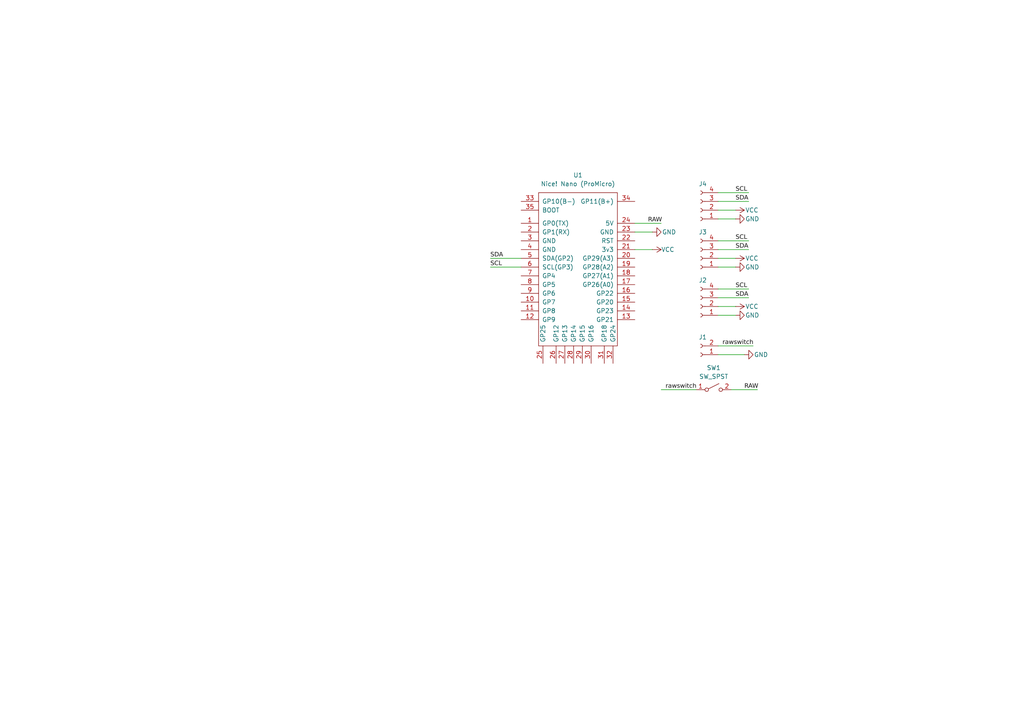
<source format=kicad_sch>
(kicad_sch (version 20250114) (generator "eeschema") (generator_version "9.0")
  (paper "A4")
  (lib_symbols
    (symbol "Connector:Conn_01x02_Socket" (pin_names (offset 1.016) (hide yes))
      (property "Reference" "J" (at 0 2.54 0))
      (property "Value" "Conn_01x02_Socket" (at 0 -5.08 0))
      (symbol "Conn_01x02_Socket_1_1"
        (polyline (pts (xy -1.27 0) (xy -0.508 0)) (stroke (width 0.1524)))
        (polyline (pts (xy -1.27 -2.54) (xy -0.508 -2.54)) (stroke (width 0.1524)))
        (arc (start 0 -0.508) (mid -0.5058 0) (end 0 0.508) (stroke (width 0.1524)))
        (arc (start 0 -3.048) (mid -0.5058 -2.54) (end 0 -2.032) (stroke (width 0.1524)))
        (pin passive line (at -5.08 0 0) (length 3.81) (name "Pin_1") (number "1"))
        (pin passive line (at -5.08 -2.54 0) (length 3.81) (name "Pin_2") (number "2"))
      )
    )
    (symbol "Connector:Conn_01x04_Socket" (pin_names (offset 1.016) (hide yes))
      (property "Reference" "J" (at 0 5.08 0))
      (property "Value" "Conn_01x04_Socket" (at 0 -7.62 0))
      (symbol "Conn_01x04_Socket_1_1"
        (polyline (pts (xy -1.27 2.54) (xy -0.508 2.54)) (stroke (width 0.1524)))
        (polyline (pts (xy -1.27 0) (xy -0.508 0)) (stroke (width 0.1524)))
        (polyline (pts (xy -1.27 -2.54) (xy -0.508 -2.54)) (stroke (width 0.1524)))
        (polyline (pts (xy -1.27 -5.08) (xy -0.508 -5.08)) (stroke (width 0.1524)))
        (arc (start 0 2.032) (mid -0.5058 2.54) (end 0 3.048) (stroke (width 0.1524)))
        (arc (start 0 -0.508) (mid -0.5058 0) (end 0 0.508) (stroke (width 0.1524)))
        (arc (start 0 -3.048) (mid -0.5058 -2.54) (end 0 -2.032) (stroke (width 0.1524)))
        (arc (start 0 -5.588) (mid -0.5058 -5.08) (end 0 -4.572) (stroke (width 0.1524)))
        (pin passive line (at -5.08 2.54 0) (length 3.81) (name "Pin_1") (number "1"))
        (pin passive line (at -5.08 0 0) (length 3.81) (name "Pin_2") (number "2"))
        (pin passive line (at -5.08 -2.54 0) (length 3.81) (name "Pin_3") (number "3"))
        (pin passive line (at -5.08 -5.08 0) (length 3.81) (name "Pin_4") (number "4"))
      )
    )
    (symbol "TheOneProMicro:ProMicro_2-Lily58-cache" (pin_names (offset 1.016))
      (property "Reference" "U1" (at 0 27.2034 0))
      (property "Value" "ProMicro" (at 0 24.892 0))
      (symbol "ProMicro_2-Lily58-cache_0_1"
        (rectangle (start -11.43 22.86) (end 11.43 -21.59))
      )
      (symbol "ProMicro_2-Lily58-cache_1_1"
        (pin input line (at -16.51 20.32 0) (length 5.08) (name "GP10(B-)") (number "33"))
        (pin input line (at -16.51 17.78 0) (length 5.08) (name "BOOT") (number "35"))
        (pin input line (at -16.51 13.97 0) (length 5.08) (name "GP0(TX)") (number "1"))
        (pin input line (at -16.51 11.43 0) (length 5.08) (name "GP1(RX)") (number "2"))
        (pin input line (at -16.51 8.89 0) (length 5.08) (name "GND") (number "3"))
        (pin input line (at -16.51 6.35 0) (length 5.08) (name "GND") (number "4"))
        (pin input line (at -16.51 3.81 0) (length 5.08) (name "SDA(GP2)") (number "5"))
        (pin input line (at -16.51 1.27 0) (length 5.08) (name "SCL(GP3)") (number "6"))
        (pin input line (at -16.51 -1.27 0) (length 5.08) (name "GP4") (number "7"))
        (pin input line (at -16.51 -3.81 0) (length 5.08) (name "GP5") (number "8"))
        (pin input line (at -16.51 -6.35 0) (length 5.08) (name "GP6") (number "9"))
        (pin input line (at -16.51 -8.89 0) (length 5.08) (name "GP7") (number "10"))
        (pin input line (at -16.51 -11.43 0) (length 5.08) (name "GP8") (number "11"))
        (pin input line (at -16.51 -13.97 0) (length 5.08) (name "GP9") (number "12"))
        (pin input line (at -10.16 -26.67 90) (length 5.08) (name "GP25") (number "25"))
        (pin input line (at -6.35 -26.67 90) (length 5.08) (name "GP12") (number "26"))
        (pin input line (at -3.81 -26.67 90) (length 5.08) (name "GP13") (number "27"))
        (pin input line (at -1.27 -26.67 90) (length 5.08) (name "GP14") (number "28"))
        (pin input line (at 1.27 -26.67 90) (length 5.08) (name "GP15") (number "29"))
        (pin input line (at 3.81 -26.67 90) (length 5.08) (name "GP16") (number "30"))
        (pin input line (at 7.62 -26.67 90) (length 5.08) (name "GP18") (number "31"))
        (pin input line (at 10.16 -26.67 90) (length 5.08) (name "GP24") (number "32"))
        (pin input line (at 16.51 20.32 180) (length 5.08) (name "GP11(B+)") (number "34"))
        (pin input line (at 16.51 13.97 180) (length 5.08) (name "5V") (number "24"))
        (pin input line (at 16.51 11.43 180) (length 5.08) (name "GND") (number "23"))
        (pin input line (at 16.51 8.89 180) (length 5.08) (name "RST") (number "22"))
        (pin input line (at 16.51 6.35 180) (length 5.08) (name "3v3") (number "21"))
        (pin input line (at 16.51 3.81 180) (length 5.08) (name "GP29(A3)") (number "20"))
        (pin input line (at 16.51 1.27 180) (length 5.08) (name "GP28(A2)") (number "19"))
        (pin input line (at 16.51 -1.27 180) (length 5.08) (name "GP27(A1)") (number "18"))
        (pin input line (at 16.51 -3.81 180) (length 5.08) (name "GP26(A0)") (number "17"))
        (pin input line (at 16.51 -6.35 180) (length 5.08) (name "GP22") (number "16"))
        (pin input line (at 16.51 -8.89 180) (length 5.08) (name "GP20") (number "15"))
        (pin input line (at 16.51 -11.43 180) (length 5.08) (name "GP23") (number "14"))
        (pin input line (at 16.51 -13.97 180) (length 5.08) (name "GP21") (number "13"))
      )
    )
    (symbol "power:GND" (power) (pin_numbers (hide yes)) (pin_names (offset 0) (hide yes))
      (property "Value" "GND" (at 0 -3.81 0))
      (symbol "GND_0_1"
        (polyline (pts (xy 0 0) (xy 0 -1.27) (xy 1.27 -1.27) (xy 0 -2.54) (xy -1.27 -1.27) (xy 0 -1.27)))
      )
      (symbol "GND_1_1"
        (pin power_in line (at 0 0 270) (length 0) (name "~") (number "1"))
      )
    )
    (symbol "power:VCC" (power) (pin_numbers (hide yes)) (pin_names (offset 0) (hide yes))
      (property "Value" "VCC" (at 0 3.556 0))
      (symbol "VCC_0_1"
        (polyline (pts (xy -0.762 1.27) (xy 0 2.54)))
        (polyline (pts (xy 0 2.54) (xy 0.762 1.27)))
        (polyline (pts (xy 0 0) (xy 0 2.54)))
      )
      (symbol "VCC_1_1"
        (pin power_in line (at 0 0 90) (length 0) (name "~") (number "1"))
      )
    )
    (symbol "sw_spst_rt_ang_tactile:SW_SPST" (pin_names (offset 0) (hide yes))
      (property "Reference" "SW" (at 0 3.175 0))
      (property "Value" "SW_SPST" (at 0 -2.54 0))
      (symbol "SW_SPST_0_0"
        (circle (center -2.032 0) (radius 0.508))
        (polyline (pts (xy -1.524 0.254) (xy 1.524 1.778)))
        (circle (center 2.032 0) (radius 0.508))
      )
      (symbol "SW_SPST_1_1"
        (pin passive line (at -5.08 0 0) (length 2.54) (name "A") (number "1"))
        (pin passive line (at 5.08 0 180) (length 2.54) (name "B") (number "2"))
      )
    )
  )
  (wire (pts (xy 184.15 64.77) (xy 191.77 64.77)))
  (wire (pts (xy 208.28 86.36) (xy 217.17 86.36)))
  (wire (pts (xy 208.28 77.47) (xy 213.36 77.47)))
  (wire (pts (xy 208.28 69.85) (xy 217.17 69.85)))
  (wire (pts (xy 191.77 113.03) (xy 201.93 113.03)))
  (wire (pts (xy 184.15 72.39) (xy 189.23 72.39)))
  (wire (pts (xy 208.28 102.87) (xy 215.9 102.87)))
  (wire (pts (xy 208.28 72.39) (xy 217.17 72.39)))
  (wire (pts (xy 142.24 77.47) (xy 151.13 77.47)))
  (wire (pts (xy 208.28 60.96) (xy 213.36 60.96)))
  (wire (pts (xy 184.15 67.31) (xy 189.23 67.31)))
  (wire (pts (xy 208.28 74.93) (xy 213.36 74.93)))
  (wire (pts (xy 208.28 88.9) (xy 213.36 88.9)))
  (wire (pts (xy 142.24 74.93) (xy 151.13 74.93)))
  (wire (pts (xy 212.09 113.03) (xy 219.71 113.03)))
  (wire (pts (xy 208.28 100.33) (xy 218.44 100.33)))
  (wire (pts (xy 208.28 83.82) (xy 217.17 83.82)))
  (wire (pts (xy 208.28 58.42) (xy 217.17 58.42)))
  (wire (pts (xy 208.28 55.88) (xy 217.17 55.88)))
  (wire (pts (xy 208.28 63.5) (xy 213.36 63.5)))
  (wire (pts (xy 208.28 91.44) (xy 213.36 91.44)))
  (label "SDA" (at 142.24 74.93 0))
  (label "RAW" (at 215.9 113.03 0))
  (label "SCL" (at 213.36 69.85 0))
  (label "SDA" (at 213.36 72.39 0))
  (label "SDA" (at 213.36 86.36 0))
  (label "SDA" (at 213.36 58.42 0))
  (label "SCL" (at 213.36 55.88 0))
  (label "rawswitch" (at 209.55 100.33 0))
  (label "SCL" (at 213.36 83.82 0))
  (label "RAW" (at 187.96 64.77 0))
  (label "SCL" (at 142.24 77.47 0))
  (label "rawswitch" (at 193.04 113.03 0))
  (symbol (lib_id "TheOneProMicro:ProMicro_2-Lily58-cache") (at 167.64 78.74 0) (unit 1)
    (property "Reference" "U1" (at 167.64 50.8 0))
    (property "Value" "Nice! Nano (ProMicro)" (at 167.64 53.34 0))
    (property "Footprint" "Library:SuperMini NRF52840" (effects (hide yes)))
  )
  (symbol (lib_id "Connector:Conn_01x04_Socket") (at 203.2 60.96 180) (unit 1)
    (property "Reference" "J4" (at 203.835 53.34 0))
    (property "Value" "Conn_01x04_Socket" (effects (hide yes)))
    (property "Footprint" "footprints:JST_SH4" (effects (hide yes)))
    (property "Description" "Generic connector, single row, 01x04, script generated" (effects (hide yes)))
  )
  (symbol (lib_id "power:GND") (at 213.36 77.47 90) (unit 1)
    (property "Reference" "#PWR06" (effects (hide yes)))
    (property "Value" "GND" (at 218.186 77.47 90))
    (property "Description" "Power symbol creates a global label with name \"GND\" , ground" (effects (hide yes)))
  )
  (symbol (lib_id "Connector:Conn_01x04_Socket") (at 203.2 74.93 180) (unit 1)
    (property "Reference" "J3" (at 203.835 67.31 0))
    (property "Value" "Conn_01x04_Socket" (effects (hide yes)))
    (property "Footprint" "footprints:JST_SH4" (effects (hide yes)))
    (property "Description" "Generic connector, single row, 01x04, script generated" (effects (hide yes)))
  )
  (symbol (lib_id "power:GND") (at 215.9 102.87 90) (unit 1)
    (property "Reference" "#PWR09" (effects (hide yes)))
    (property "Value" "GND" (at 220.726 102.87 90))
    (property "Description" "Power symbol creates a global label with name \"GND\" , ground" (effects (hide yes)))
  )
  (symbol (lib_id "power:VCC") (at 213.36 74.93 270) (unit 1)
    (property "Reference" "#PWR05" (effects (hide yes)))
    (property "Value" "VCC" (at 216.154 74.93 90) (effects (justify left)))
    (property "Description" "Power symbol creates a global label with name \"VCC\"" (effects (hide yes)))
  )
  (symbol (lib_id "Connector:Conn_01x02_Socket") (at 203.2 102.87 180) (unit 1)
    (property "Reference" "J1" (at 203.835 97.79 0))
    (property "Value" "Conn_01x02_Socket" (effects (hide yes)))
    (property "Footprint" "Connector_JST:JST_PH_S2B-PH-SM4-TB_1x02-1MP_P2.00mm_Horizontal" (effects (hide yes)))
    (property "Description" "Generic connector, single row, 01x02, script generated" (effects (hide yes)))
  )
  (symbol (lib_id "power:VCC") (at 213.36 60.96 270) (unit 1)
    (property "Reference" "#PWR03" (effects (hide yes)))
    (property "Value" "VCC" (at 216.154 60.96 90) (effects (justify left)))
    (property "Description" "Power symbol creates a global label with name \"VCC\"" (effects (hide yes)))
  )
  (symbol (lib_id "power:GND") (at 213.36 91.44 90) (unit 1)
    (property "Reference" "#PWR08" (effects (hide yes)))
    (property "Value" "GND" (at 218.186 91.44 90))
    (property "Description" "Power symbol creates a global label with name \"GND\" , ground" (effects (hide yes)))
  )
  (symbol (lib_id "power:VCC") (at 189.23 72.39 270) (unit 1)
    (property "Reference" "#PWR02" (effects (hide yes)))
    (property "Value" "VCC" (at 191.77 72.39 90) (effects (justify left)))
    (property "Description" "Power symbol creates a global label with name \"VCC\"" (effects (hide yes)))
  )
  (symbol (lib_id "power:GND") (at 213.36 63.5 90) (unit 1)
    (property "Reference" "#PWR04" (effects (hide yes)))
    (property "Value" "GND" (at 218.186 63.5 90))
    (property "Description" "Power symbol creates a global label with name \"GND\" , ground" (effects (hide yes)))
  )
  (symbol (lib_id "sw_spst_rt_ang_tactile:SW_SPST") (at 207.01 113.03 0) (unit 1)
    (property "Reference" "SW1" (at 207.01 106.68 0))
    (property "Value" "SW_SPST" (at 207.01 109.22 0))
    (property "Footprint" "Button_Switch_SMD:SW_SPDT_CK_JS102011SAQN" (effects (hide yes)))
    (property "Description" "Single Pole Single Throw (SPST) switch" (effects (hide yes)))
  )
  (symbol (lib_id "power:GND") (at 189.23 67.31 90) (unit 1)
    (property "Reference" "#PWR01" (effects (hide yes)))
    (property "Value" "GND" (at 194.056 67.31 90))
    (property "Description" "Power symbol creates a global label with name \"GND\" , ground" (effects (hide yes)))
  )
  (symbol (lib_id "power:VCC") (at 213.36 88.9 270) (unit 1)
    (property "Reference" "#PWR07" (effects (hide yes)))
    (property "Value" "VCC" (at 216.154 88.9 90) (effects (justify left)))
    (property "Description" "Power symbol creates a global label with name \"VCC\"" (effects (hide yes)))
  )
  (symbol (lib_id "Connector:Conn_01x04_Socket") (at 203.2 88.9 180) (unit 1)
    (property "Reference" "J2" (at 203.835 81.28 0))
    (property "Value" "Conn_01x04_Socket" (effects (hide yes)))
    (property "Footprint" "footprints:JST_SH4" (effects (hide yes)))
    (property "Description" "Generic connector, single row, 01x04, script generated" (effects (hide yes)))
  )
)
</source>
